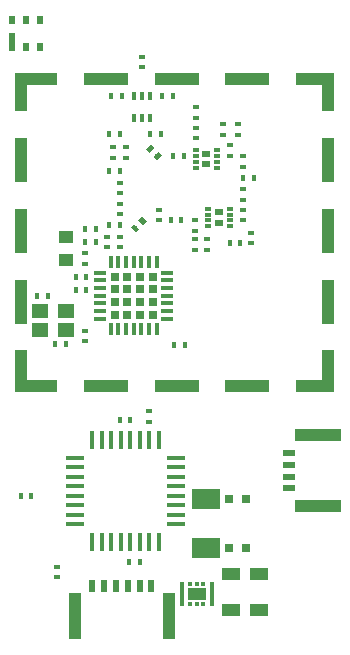
<source format=gbr>
G04 #@! TF.GenerationSoftware,KiCad,Pcbnew,(5.1.4)-1*
G04 #@! TF.CreationDate,2020-12-03T17:42:17+01:00*
G04 #@! TF.ProjectId,LoRa_Balloon,4c6f5261-5f42-4616-9c6c-6f6f6e2e6b69,2*
G04 #@! TF.SameCoordinates,Original*
G04 #@! TF.FileFunction,Paste,Top*
G04 #@! TF.FilePolarity,Positive*
%FSLAX46Y46*%
G04 Gerber Fmt 4.6, Leading zero omitted, Abs format (unit mm)*
G04 Created by KiCad (PCBNEW (5.1.4)-1) date 2020-12-03 17:42:17*
%MOMM*%
%LPD*%
G04 APERTURE LIST*
%ADD10R,0.600000X0.750000*%
%ADD11R,0.600000X1.500000*%
%ADD12R,1.500000X1.100000*%
%ADD13R,0.350000X0.375000*%
%ADD14R,0.350000X2.100000*%
%ADD15R,4.000000X1.000000*%
%ADD16R,1.000000X0.500000*%
%ADD17R,0.600000X0.400000*%
%ADD18R,1.600000X1.000000*%
%ADD19R,0.500000X1.000000*%
%ADD20R,1.000000X4.000000*%
%ADD21R,0.400000X0.600000*%
%ADD22R,2.400000X1.700000*%
%ADD23R,0.450000X1.600000*%
%ADD24R,1.600000X0.450000*%
%ADD25C,0.400000*%
%ADD26C,0.100000*%
%ADD27R,1.250000X1.000000*%
%ADD28R,0.800000X0.750000*%
%ADD29R,3.240000X1.000000*%
%ADD30R,3.800000X1.000000*%
%ADD31R,3.570000X1.000000*%
%ADD32R,1.000000X3.570000*%
%ADD33R,1.000000X3.800000*%
%ADD34R,1.000000X3.240000*%
%ADD35R,0.500000X0.300000*%
%ADD36R,0.636000X0.528000*%
%ADD37R,1.000000X0.370000*%
%ADD38R,0.370000X1.000000*%
%ADD39R,0.637500X0.637500*%
%ADD40R,0.400000X0.650000*%
%ADD41R,1.400000X1.150000*%
G04 APERTURE END LIST*
D10*
X101376000Y-108989000D03*
X102576000Y-111239000D03*
X103776000Y-111239000D03*
X103776000Y-108989000D03*
X102576000Y-108989000D03*
D11*
X101376000Y-110864000D03*
D12*
X117033680Y-157553580D03*
D13*
X116483680Y-158416080D03*
X117033680Y-158416080D03*
X117583680Y-158416080D03*
X117583680Y-156691080D03*
X117033680Y-156691080D03*
X116483680Y-156691080D03*
D14*
X118308680Y-157553580D03*
X115758680Y-157553580D03*
D15*
X127330000Y-144120000D03*
X127330000Y-150120000D03*
D16*
X124830000Y-145620000D03*
X124830000Y-146620000D03*
X124830000Y-147620000D03*
X124830000Y-148620000D03*
D17*
X109977560Y-119745680D03*
X109977560Y-120645680D03*
D18*
X122258460Y-155880860D03*
X122258460Y-158880860D03*
X119959760Y-158880860D03*
X119959760Y-155880860D03*
D19*
X108191300Y-156911780D03*
X109191300Y-156911780D03*
X110191300Y-156911780D03*
X111191300Y-156911780D03*
X112191300Y-156911780D03*
X113191300Y-156911780D03*
D20*
X106691300Y-159411780D03*
X114691300Y-159411780D03*
D21*
X112192860Y-154858640D03*
X111292860Y-154858640D03*
D22*
X117780440Y-153632040D03*
X117780440Y-149532040D03*
D23*
X108191020Y-153151540D03*
X108991020Y-153151540D03*
X109791020Y-153151540D03*
X110591020Y-153151540D03*
X111391020Y-153151540D03*
X112191020Y-153151540D03*
X112991020Y-153151540D03*
X113791020Y-153151540D03*
D24*
X115291020Y-151651540D03*
X115291020Y-150851540D03*
X115291020Y-150051540D03*
X115291020Y-149251540D03*
X115291020Y-148451540D03*
X115291020Y-147651540D03*
X115291020Y-146851540D03*
X115291020Y-146051540D03*
D23*
X113791020Y-144551540D03*
X112991020Y-144551540D03*
X112191020Y-144551540D03*
X111391020Y-144551540D03*
X110591020Y-144551540D03*
X109791020Y-144551540D03*
X108991020Y-144551540D03*
X108191020Y-144551540D03*
D24*
X106691020Y-146032140D03*
X106691020Y-146851540D03*
X106691020Y-147651540D03*
X106691020Y-148451540D03*
X106691020Y-149251540D03*
X106691020Y-150051540D03*
X106691020Y-150851540D03*
X106691020Y-151651540D03*
D17*
X109444160Y-128211920D03*
X109444160Y-127311920D03*
D21*
X113061120Y-118597600D03*
X113961120Y-118597600D03*
D17*
X107569640Y-128716960D03*
X107569640Y-129616960D03*
D25*
X113061120Y-119852360D03*
D26*
G36*
X113414673Y-119781649D02*
G01*
X112990409Y-120205913D01*
X112707567Y-119923071D01*
X113131831Y-119498807D01*
X113414673Y-119781649D01*
X113414673Y-119781649D01*
G37*
D25*
X113697516Y-120488756D03*
D26*
G36*
X114051069Y-120418045D02*
G01*
X113626805Y-120842309D01*
X113343963Y-120559467D01*
X113768227Y-120135203D01*
X114051069Y-120418045D01*
X114051069Y-120418045D01*
G37*
D27*
X105923720Y-129316400D03*
X105923720Y-127316400D03*
D21*
X106786900Y-130764200D03*
X107686900Y-130764200D03*
D17*
X116921920Y-117241240D03*
X116921920Y-116341240D03*
D21*
X107573880Y-126690040D03*
X108473880Y-126690040D03*
X107691560Y-131820840D03*
X106791560Y-131820840D03*
X108473880Y-127767000D03*
X107573880Y-127767000D03*
X115997780Y-136484280D03*
X115097780Y-136484280D03*
D17*
X119228240Y-117807240D03*
X119228240Y-118707240D03*
X120523640Y-118707240D03*
X120523640Y-117807240D03*
X120960520Y-120491600D03*
X120960520Y-121391600D03*
D21*
X120960520Y-122336480D03*
X121860520Y-122336480D03*
D17*
X120960520Y-123296600D03*
X120960520Y-124196600D03*
X121626000Y-127874100D03*
X121626000Y-126974100D03*
D21*
X103504800Y-132349160D03*
X104404800Y-132349160D03*
X105961820Y-136433480D03*
X105061820Y-136433480D03*
D17*
X116863500Y-127540520D03*
X116863500Y-128440520D03*
D21*
X109595720Y-126364920D03*
X110495720Y-126364920D03*
D17*
X117874420Y-128440520D03*
X117874420Y-127540520D03*
X110495720Y-124509880D03*
X110495720Y-125409880D03*
X113797720Y-125940740D03*
X113797720Y-125040740D03*
D21*
X114810340Y-125938200D03*
X115710340Y-125938200D03*
X110488100Y-121790380D03*
X109588100Y-121790380D03*
D17*
X111024040Y-119745680D03*
X111024040Y-120645680D03*
D21*
X109771400Y-115397200D03*
X110671400Y-115397200D03*
X109606720Y-118592520D03*
X110506720Y-118592520D03*
X115014800Y-115397200D03*
X114114800Y-115397200D03*
D17*
X112405800Y-112987160D03*
X112405800Y-112087160D03*
D28*
X119727920Y-149532040D03*
X121227920Y-149532040D03*
X121227920Y-153632040D03*
X119727920Y-153632040D03*
D17*
X105194740Y-155257420D03*
X105194740Y-156157420D03*
D21*
X111392340Y-142846980D03*
X110492340Y-142846980D03*
D17*
X112990000Y-143002340D03*
X112990000Y-142102340D03*
D29*
X127034200Y-113982400D03*
D30*
X121314200Y-113982400D03*
X115314200Y-113982400D03*
X109314200Y-113982400D03*
D31*
X103429200Y-113982400D03*
D32*
X128154200Y-138707400D03*
D33*
X128154200Y-132822400D03*
X128154200Y-126822400D03*
X128154200Y-120822400D03*
D34*
X128154200Y-115102400D03*
D29*
X127034200Y-139992400D03*
D30*
X121314200Y-139992400D03*
X115314200Y-139992400D03*
X109314200Y-139992400D03*
D31*
X103429200Y-139992400D03*
D34*
X102144200Y-115102400D03*
D33*
X102144200Y-120822400D03*
X102144200Y-126822400D03*
X102144200Y-132822400D03*
D32*
X102144200Y-138707400D03*
D21*
X115024120Y-120487360D03*
X115924120Y-120487360D03*
D17*
X119878480Y-119587360D03*
X119878480Y-120487360D03*
X110495720Y-127314880D03*
X110495720Y-128214880D03*
X120960520Y-125039040D03*
X120960520Y-125939040D03*
D25*
X111793660Y-126576438D03*
D26*
G36*
X111722949Y-126222885D02*
G01*
X112147213Y-126647149D01*
X111864371Y-126929991D01*
X111440107Y-126505727D01*
X111722949Y-126222885D01*
X111722949Y-126222885D01*
G37*
D25*
X112430056Y-125940042D03*
D26*
G36*
X112359345Y-125586489D02*
G01*
X112783609Y-126010753D01*
X112500767Y-126293595D01*
X112076503Y-125869331D01*
X112359345Y-125586489D01*
X112359345Y-125586489D01*
G37*
D17*
X116863500Y-125937780D03*
X116863500Y-126837780D03*
X110495720Y-122750080D03*
X110495720Y-123650080D03*
X116921920Y-118993840D03*
X116921920Y-118093840D03*
X107541700Y-136167200D03*
X107541700Y-135267200D03*
D21*
X120714560Y-127873680D03*
X119814560Y-127873680D03*
X102115840Y-149251540D03*
X103015840Y-149251540D03*
D35*
X116926160Y-119986280D03*
X116926160Y-120486280D03*
X116926160Y-120986280D03*
X116926160Y-121486280D03*
X118726160Y-121486280D03*
X118726160Y-120986280D03*
X118726160Y-120486280D03*
X118726160Y-119986280D03*
D36*
X117826160Y-121176280D03*
X117826160Y-120296280D03*
D37*
X108844120Y-130363720D03*
X108844120Y-131013720D03*
X108844120Y-131663720D03*
X108844120Y-132313720D03*
X108844120Y-132963720D03*
X108844120Y-133613720D03*
X108844120Y-134263720D03*
D38*
X109744120Y-135163720D03*
X110394120Y-135163720D03*
X111044120Y-135163720D03*
X111694120Y-135163720D03*
X112344120Y-135163720D03*
X112994120Y-135163720D03*
X113644120Y-135163720D03*
D37*
X114544120Y-134263720D03*
X114544120Y-133613720D03*
X114544120Y-132963720D03*
X114544120Y-132313720D03*
X114544120Y-131663720D03*
X114544120Y-131013720D03*
X114544120Y-130363720D03*
D38*
X113644120Y-129463720D03*
X112994120Y-129463720D03*
X112344120Y-129463720D03*
X111694120Y-129463720D03*
X111044120Y-129463720D03*
X110394120Y-129463720D03*
X109744120Y-129463720D03*
D39*
X113287870Y-133907470D03*
X113287870Y-132844970D03*
X113287870Y-131782470D03*
X113287870Y-130719970D03*
X112225370Y-133907470D03*
X112225370Y-132844970D03*
X112225370Y-131782470D03*
X112225370Y-130719970D03*
X111162870Y-133907470D03*
X111162870Y-132844970D03*
X111162870Y-131782470D03*
X111162870Y-130719970D03*
X110100370Y-133907470D03*
X110100370Y-132844970D03*
X110100370Y-131782470D03*
X110100370Y-130719970D03*
D36*
X118912440Y-126128200D03*
X118912440Y-125248200D03*
D35*
X118012440Y-126438200D03*
X118012440Y-125938200D03*
X118012440Y-125438200D03*
X118012440Y-124938200D03*
X119812440Y-124938200D03*
X119812440Y-125438200D03*
X119812440Y-125938200D03*
X119812440Y-126438200D03*
D40*
X111755800Y-117297200D03*
X113055800Y-117297200D03*
X112405800Y-115397200D03*
X112405800Y-117297200D03*
X113055800Y-115397200D03*
X111755800Y-115397200D03*
D41*
X103759460Y-133596400D03*
X105959460Y-133596400D03*
X105959460Y-135196400D03*
X103759460Y-135196400D03*
M02*

</source>
